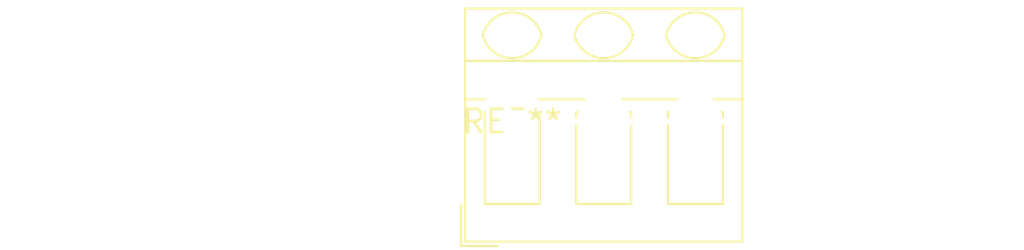
<source format=kicad_pcb>
(kicad_pcb (version 20240108) (generator pcbnew)
  (layers (0 "F.Cu" signal) (31 "B.Cu" signal) (34 "B.Paste" user) (35 "F.Paste" user) (36 "B.SilkS" user "B.Silkscreen") (37 "F.SilkS" user "F.Silkscreen") (38 "B.Mask" user) (39 "F.Mask" user) (44 "Edge.Cuts" user))
  (net 0 "")
  (footprint "TerminalBlock_RND_205-00057_1x03_P5.00mm_45Degree" (layer "F.Cu") (at 0 0)
    (property "Reference" "REF**")
    (property "Value" "TerminalBlock_RND_205-00057_1x03_P5.00mm_45Degree")
    (fp_line (start -2.8 4.56) (end -2.8 6.8) (layer "F.SilkS") (stroke (width 0.12)))
    (fp_line (start -2.8 6.8) (end -0.8 6.8) (layer "F.SilkS") (stroke (width 0.12)))
    (fp_line (start -2.56 -6.16) (end -2.56 6.56) (layer "F.SilkS") (stroke (width 0.12)))
    (fp_line (start -2.56 -6.16) (end 12.56 -6.16) (layer "F.SilkS") (stroke (width 0.12)))
    (fp_line (start -2.56 -3.301) (end 12.56 -3.301) (layer "F.SilkS") (stroke (width 0.12)))
    (fp_line (start -2.56 -1.201) (end -1.49 -1.201) (layer "F.SilkS") (stroke (width 0.12)))
    (fp_line (start -2.56 6.56) (end 12.56 6.56) (layer "F.SilkS") (stroke (width 0.12)))
    (fp_line (start -1.5 -0.5) (end -1.5 4.5) (layer "F.SilkS") (stroke (width 0.12)))
    (fp_line (start -1.5 -0.5) (end -1.49 -0.5) (layer "F.SilkS") (stroke (width 0.12)))
    (fp_line (start -1.5 4.5) (end 1.5 4.5) (layer "F.SilkS") (stroke (width 0.12)))
    (fp_line (start 1.49 -1.201) (end 4 -1.201) (layer "F.SilkS") (stroke (width 0.12)))
    (fp_line (start 1.49 -0.5) (end 1.5 -0.5) (layer "F.SilkS") (stroke (width 0.12)))
    (fp_line (start 1.5 -0.5) (end 1.5 4.5) (layer "F.SilkS") (stroke (width 0.12)))
    (fp_line (start 3.5 -0.5) (end 3.5 -0.202) (layer "F.SilkS") (stroke (width 0.12)))
    (fp_line (start 3.5 -0.5) (end 3.57 -0.5) (layer "F.SilkS") (stroke (width 0.12)))
    (fp_line (start 3.5 0.202) (end 3.5 4.5) (layer "F.SilkS") (stroke (width 0.12)))
    (fp_line (start 3.5 4.5) (end 6.5 4.5) (layer "F.SilkS") (stroke (width 0.12)))
    (fp_line (start 6.001 -1.201) (end 9 -1.201) (layer "F.SilkS") (stroke (width 0.12)))
    (fp_line (start 6.431 -0.5) (end 6.5 -0.5) (layer "F.SilkS") (stroke (width 0.12)))
    (fp_line (start 6.5 -0.5) (end 6.5 -0.202) (layer "F.SilkS") (stroke (width 0.12)))
    (fp_line (start 6.5 0.202) (end 6.5 4.5) (layer "F.SilkS") (stroke (width 0.12)))
    (fp_line (start 8.5 -0.5) (end 8.5 -0.202) (layer "F.SilkS") (stroke (width 0.12)))
    (fp_line (start 8.5 -0.5) (end 8.57 -0.5) (layer "F.SilkS") (stroke (width 0.12)))
    (fp_line (start 8.5 0.202) (end 8.5 4.5) (layer "F.SilkS") (stroke (width 0.12)))
    (fp_line (start 8.5 4.5) (end 11.5 4.5) (layer "F.SilkS") (stroke (width 0.12)))
    (fp_line (start 11.001 -1.201) (end 12.56 -1.201) (layer "F.SilkS") (stroke (width 0.12)))
    (fp_line (start 11.431 -0.5) (end 11.5 -0.5) (layer "F.SilkS") (stroke (width 0.12)))
    (fp_line (start 11.5 -0.5) (end 11.5 -0.202) (layer "F.SilkS") (stroke (width 0.12)))
    (fp_line (start 11.5 0.202) (end 11.5 4.5) (layer "F.SilkS") (stroke (width 0.12)))
    (fp_line (start 12.56 -6.16) (end 12.56 6.56) (layer "F.SilkS") (stroke (width 0.12)))
    (fp_arc (start -1.600914 -4.700344) (mid 0.000177 -5.95097) (end 1.601 -4.7) (layer "F.SilkS") (stroke (width 0.12)))
    (fp_arc (start 1.6 -4.7) (mid -6.4e-05 -3.45) (end -1.600031 -4.700125) (layer "F.SilkS") (stroke (width 0.12)))
    (fp_arc (start 3.399086 -4.700344) (mid 5.000177 -5.95097) (end 6.601 -4.7) (layer "F.SilkS") (stroke (width 0.12)))
    (fp_arc (start 6.6 -4.7) (mid 4.999936 -3.45) (end 3.399969 -4.700125) (layer "F.SilkS") (stroke (width 0.12)))
    (fp_arc (start 8.399086 -4.700344) (mid 10.000177 -5.95097) (end 11.601 -4.7) (layer "F.SilkS") (stroke (width 0.12)))
    (fp_arc (start 11.6 -4.7) (mid 9.999936 -3.45) (end 8.399969 -4.700125) (layer "F.SilkS") (stroke (width 0.12)))
    (pad "1" thru_hole rect (at 0 0) (size 2.5 2.5) (drill 1.3) (layers *.Cu *.Mask) (remove_unused_layers))
    (pad "2" thru_hole circle (at 5 0) (size 2.5 2.5) (drill 1.3) (layers *.Cu *.Mask) (remove_unused_layers))
    (pad "3" thru_hole circle (at 10 0) (size 2.5 2.5) (drill 1.3) (layers *.Cu *.Mask) (remove_unused_layers))
  )
)
</source>
